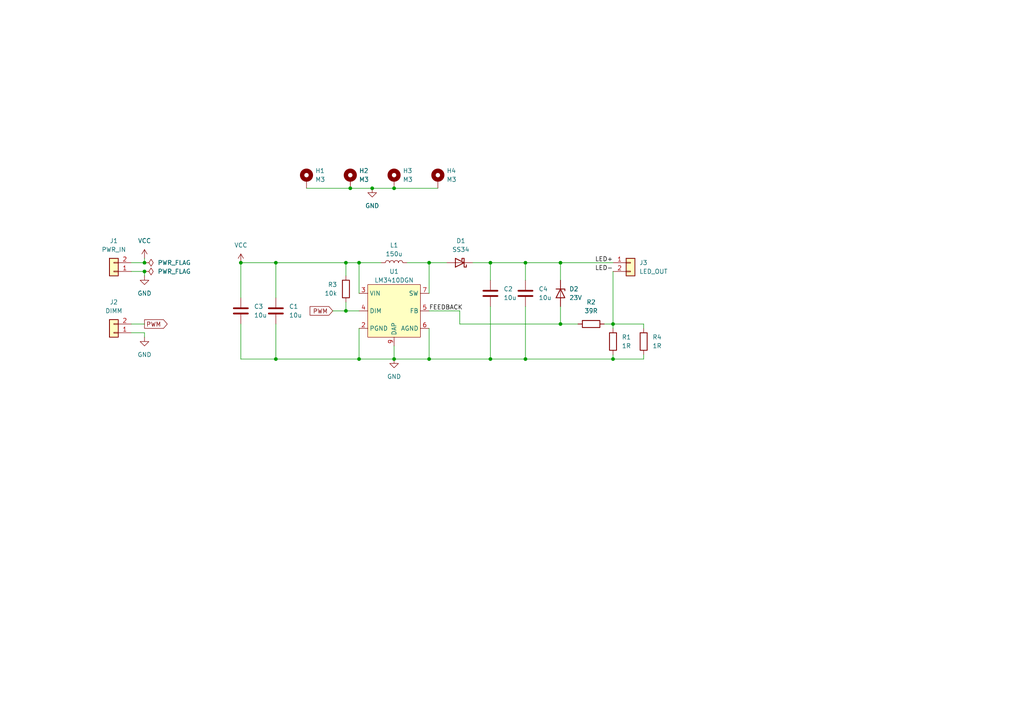
<source format=kicad_sch>
(kicad_sch (version 20230121) (generator eeschema)

  (uuid a662f7bf-9c13-4ccb-87cd-8868bb64c17e)

  (paper "A4")

  (lib_symbols
    (symbol "Connector_Generic:Conn_01x02" (pin_names (offset 1.016) hide) (in_bom yes) (on_board yes)
      (property "Reference" "J" (at 0 2.54 0)
        (effects (font (size 1.27 1.27)))
      )
      (property "Value" "Conn_01x02" (at 0 -5.08 0)
        (effects (font (size 1.27 1.27)))
      )
      (property "Footprint" "" (at 0 0 0)
        (effects (font (size 1.27 1.27)) hide)
      )
      (property "Datasheet" "~" (at 0 0 0)
        (effects (font (size 1.27 1.27)) hide)
      )
      (property "ki_keywords" "connector" (at 0 0 0)
        (effects (font (size 1.27 1.27)) hide)
      )
      (property "ki_description" "Generic connector, single row, 01x02, script generated (kicad-library-utils/schlib/autogen/connector/)" (at 0 0 0)
        (effects (font (size 1.27 1.27)) hide)
      )
      (property "ki_fp_filters" "Connector*:*_1x??_*" (at 0 0 0)
        (effects (font (size 1.27 1.27)) hide)
      )
      (symbol "Conn_01x02_1_1"
        (rectangle (start -1.27 -2.413) (end 0 -2.667)
          (stroke (width 0.1524) (type default))
          (fill (type none))
        )
        (rectangle (start -1.27 0.127) (end 0 -0.127)
          (stroke (width 0.1524) (type default))
          (fill (type none))
        )
        (rectangle (start -1.27 1.27) (end 1.27 -3.81)
          (stroke (width 0.254) (type default))
          (fill (type background))
        )
        (pin passive line (at -5.08 0 0) (length 3.81)
          (name "Pin_1" (effects (font (size 1.27 1.27))))
          (number "1" (effects (font (size 1.27 1.27))))
        )
        (pin passive line (at -5.08 -2.54 0) (length 3.81)
          (name "Pin_2" (effects (font (size 1.27 1.27))))
          (number "2" (effects (font (size 1.27 1.27))))
        )
      )
    )
    (symbol "Device:C" (pin_numbers hide) (pin_names (offset 0.254)) (in_bom yes) (on_board yes)
      (property "Reference" "C" (at 0.635 2.54 0)
        (effects (font (size 1.27 1.27)) (justify left))
      )
      (property "Value" "C" (at 0.635 -2.54 0)
        (effects (font (size 1.27 1.27)) (justify left))
      )
      (property "Footprint" "" (at 0.9652 -3.81 0)
        (effects (font (size 1.27 1.27)) hide)
      )
      (property "Datasheet" "~" (at 0 0 0)
        (effects (font (size 1.27 1.27)) hide)
      )
      (property "ki_keywords" "cap capacitor" (at 0 0 0)
        (effects (font (size 1.27 1.27)) hide)
      )
      (property "ki_description" "Unpolarized capacitor" (at 0 0 0)
        (effects (font (size 1.27 1.27)) hide)
      )
      (property "ki_fp_filters" "C_*" (at 0 0 0)
        (effects (font (size 1.27 1.27)) hide)
      )
      (symbol "C_0_1"
        (polyline
          (pts
            (xy -2.032 -0.762)
            (xy 2.032 -0.762)
          )
          (stroke (width 0.508) (type default))
          (fill (type none))
        )
        (polyline
          (pts
            (xy -2.032 0.762)
            (xy 2.032 0.762)
          )
          (stroke (width 0.508) (type default))
          (fill (type none))
        )
      )
      (symbol "C_1_1"
        (pin passive line (at 0 3.81 270) (length 2.794)
          (name "~" (effects (font (size 1.27 1.27))))
          (number "1" (effects (font (size 1.27 1.27))))
        )
        (pin passive line (at 0 -3.81 90) (length 2.794)
          (name "~" (effects (font (size 1.27 1.27))))
          (number "2" (effects (font (size 1.27 1.27))))
        )
      )
    )
    (symbol "Device:D_Schottky" (pin_numbers hide) (pin_names (offset 1.016) hide) (in_bom yes) (on_board yes)
      (property "Reference" "D" (at 0 2.54 0)
        (effects (font (size 1.27 1.27)))
      )
      (property "Value" "D_Schottky" (at 0 -2.54 0)
        (effects (font (size 1.27 1.27)))
      )
      (property "Footprint" "" (at 0 0 0)
        (effects (font (size 1.27 1.27)) hide)
      )
      (property "Datasheet" "~" (at 0 0 0)
        (effects (font (size 1.27 1.27)) hide)
      )
      (property "ki_keywords" "diode Schottky" (at 0 0 0)
        (effects (font (size 1.27 1.27)) hide)
      )
      (property "ki_description" "Schottky diode" (at 0 0 0)
        (effects (font (size 1.27 1.27)) hide)
      )
      (property "ki_fp_filters" "TO-???* *_Diode_* *SingleDiode* D_*" (at 0 0 0)
        (effects (font (size 1.27 1.27)) hide)
      )
      (symbol "D_Schottky_0_1"
        (polyline
          (pts
            (xy 1.27 0)
            (xy -1.27 0)
          )
          (stroke (width 0) (type default))
          (fill (type none))
        )
        (polyline
          (pts
            (xy 1.27 1.27)
            (xy 1.27 -1.27)
            (xy -1.27 0)
            (xy 1.27 1.27)
          )
          (stroke (width 0.254) (type default))
          (fill (type none))
        )
        (polyline
          (pts
            (xy -1.905 0.635)
            (xy -1.905 1.27)
            (xy -1.27 1.27)
            (xy -1.27 -1.27)
            (xy -0.635 -1.27)
            (xy -0.635 -0.635)
          )
          (stroke (width 0.254) (type default))
          (fill (type none))
        )
      )
      (symbol "D_Schottky_1_1"
        (pin passive line (at -3.81 0 0) (length 2.54)
          (name "K" (effects (font (size 1.27 1.27))))
          (number "1" (effects (font (size 1.27 1.27))))
        )
        (pin passive line (at 3.81 0 180) (length 2.54)
          (name "A" (effects (font (size 1.27 1.27))))
          (number "2" (effects (font (size 1.27 1.27))))
        )
      )
    )
    (symbol "Device:D_Zener" (pin_numbers hide) (pin_names (offset 1.016) hide) (in_bom yes) (on_board yes)
      (property "Reference" "D" (at 0 2.54 0)
        (effects (font (size 1.27 1.27)))
      )
      (property "Value" "D_Zener" (at 0 -2.54 0)
        (effects (font (size 1.27 1.27)))
      )
      (property "Footprint" "" (at 0 0 0)
        (effects (font (size 1.27 1.27)) hide)
      )
      (property "Datasheet" "~" (at 0 0 0)
        (effects (font (size 1.27 1.27)) hide)
      )
      (property "ki_keywords" "diode" (at 0 0 0)
        (effects (font (size 1.27 1.27)) hide)
      )
      (property "ki_description" "Zener diode" (at 0 0 0)
        (effects (font (size 1.27 1.27)) hide)
      )
      (property "ki_fp_filters" "TO-???* *_Diode_* *SingleDiode* D_*" (at 0 0 0)
        (effects (font (size 1.27 1.27)) hide)
      )
      (symbol "D_Zener_0_1"
        (polyline
          (pts
            (xy 1.27 0)
            (xy -1.27 0)
          )
          (stroke (width 0) (type default))
          (fill (type none))
        )
        (polyline
          (pts
            (xy -1.27 -1.27)
            (xy -1.27 1.27)
            (xy -0.762 1.27)
          )
          (stroke (width 0.254) (type default))
          (fill (type none))
        )
        (polyline
          (pts
            (xy 1.27 -1.27)
            (xy 1.27 1.27)
            (xy -1.27 0)
            (xy 1.27 -1.27)
          )
          (stroke (width 0.254) (type default))
          (fill (type none))
        )
      )
      (symbol "D_Zener_1_1"
        (pin passive line (at -3.81 0 0) (length 2.54)
          (name "K" (effects (font (size 1.27 1.27))))
          (number "1" (effects (font (size 1.27 1.27))))
        )
        (pin passive line (at 3.81 0 180) (length 2.54)
          (name "A" (effects (font (size 1.27 1.27))))
          (number "2" (effects (font (size 1.27 1.27))))
        )
      )
    )
    (symbol "Device:L" (pin_numbers hide) (pin_names (offset 1.016) hide) (in_bom yes) (on_board yes)
      (property "Reference" "L" (at -1.27 0 90)
        (effects (font (size 1.27 1.27)))
      )
      (property "Value" "L" (at 1.905 0 90)
        (effects (font (size 1.27 1.27)))
      )
      (property "Footprint" "" (at 0 0 0)
        (effects (font (size 1.27 1.27)) hide)
      )
      (property "Datasheet" "~" (at 0 0 0)
        (effects (font (size 1.27 1.27)) hide)
      )
      (property "ki_keywords" "inductor choke coil reactor magnetic" (at 0 0 0)
        (effects (font (size 1.27 1.27)) hide)
      )
      (property "ki_description" "Inductor" (at 0 0 0)
        (effects (font (size 1.27 1.27)) hide)
      )
      (property "ki_fp_filters" "Choke_* *Coil* Inductor_* L_*" (at 0 0 0)
        (effects (font (size 1.27 1.27)) hide)
      )
      (symbol "L_0_1"
        (arc (start 0 -2.54) (mid 0.6323 -1.905) (end 0 -1.27)
          (stroke (width 0) (type default))
          (fill (type none))
        )
        (arc (start 0 -1.27) (mid 0.6323 -0.635) (end 0 0)
          (stroke (width 0) (type default))
          (fill (type none))
        )
        (arc (start 0 0) (mid 0.6323 0.635) (end 0 1.27)
          (stroke (width 0) (type default))
          (fill (type none))
        )
        (arc (start 0 1.27) (mid 0.6323 1.905) (end 0 2.54)
          (stroke (width 0) (type default))
          (fill (type none))
        )
      )
      (symbol "L_1_1"
        (pin passive line (at 0 3.81 270) (length 1.27)
          (name "1" (effects (font (size 1.27 1.27))))
          (number "1" (effects (font (size 1.27 1.27))))
        )
        (pin passive line (at 0 -3.81 90) (length 1.27)
          (name "2" (effects (font (size 1.27 1.27))))
          (number "2" (effects (font (size 1.27 1.27))))
        )
      )
    )
    (symbol "Device:R" (pin_numbers hide) (pin_names (offset 0)) (in_bom yes) (on_board yes)
      (property "Reference" "R" (at 2.032 0 90)
        (effects (font (size 1.27 1.27)))
      )
      (property "Value" "R" (at 0 0 90)
        (effects (font (size 1.27 1.27)))
      )
      (property "Footprint" "" (at -1.778 0 90)
        (effects (font (size 1.27 1.27)) hide)
      )
      (property "Datasheet" "~" (at 0 0 0)
        (effects (font (size 1.27 1.27)) hide)
      )
      (property "ki_keywords" "R res resistor" (at 0 0 0)
        (effects (font (size 1.27 1.27)) hide)
      )
      (property "ki_description" "Resistor" (at 0 0 0)
        (effects (font (size 1.27 1.27)) hide)
      )
      (property "ki_fp_filters" "R_*" (at 0 0 0)
        (effects (font (size 1.27 1.27)) hide)
      )
      (symbol "R_0_1"
        (rectangle (start -1.016 -2.54) (end 1.016 2.54)
          (stroke (width 0.254) (type default))
          (fill (type none))
        )
      )
      (symbol "R_1_1"
        (pin passive line (at 0 3.81 270) (length 1.27)
          (name "~" (effects (font (size 1.27 1.27))))
          (number "1" (effects (font (size 1.27 1.27))))
        )
        (pin passive line (at 0 -3.81 90) (length 1.27)
          (name "~" (effects (font (size 1.27 1.27))))
          (number "2" (effects (font (size 1.27 1.27))))
        )
      )
    )
    (symbol "Mechanical:MountingHole_Pad" (pin_numbers hide) (pin_names (offset 1.016) hide) (in_bom yes) (on_board yes)
      (property "Reference" "H" (at 0 6.35 0)
        (effects (font (size 1.27 1.27)))
      )
      (property "Value" "MountingHole_Pad" (at 0 4.445 0)
        (effects (font (size 1.27 1.27)))
      )
      (property "Footprint" "" (at 0 0 0)
        (effects (font (size 1.27 1.27)) hide)
      )
      (property "Datasheet" "~" (at 0 0 0)
        (effects (font (size 1.27 1.27)) hide)
      )
      (property "ki_keywords" "mounting hole" (at 0 0 0)
        (effects (font (size 1.27 1.27)) hide)
      )
      (property "ki_description" "Mounting Hole with connection" (at 0 0 0)
        (effects (font (size 1.27 1.27)) hide)
      )
      (property "ki_fp_filters" "MountingHole*Pad*" (at 0 0 0)
        (effects (font (size 1.27 1.27)) hide)
      )
      (symbol "MountingHole_Pad_0_1"
        (circle (center 0 1.27) (radius 1.27)
          (stroke (width 1.27) (type default))
          (fill (type none))
        )
      )
      (symbol "MountingHole_Pad_1_1"
        (pin input line (at 0 -2.54 90) (length 2.54)
          (name "1" (effects (font (size 1.27 1.27))))
          (number "1" (effects (font (size 1.27 1.27))))
        )
      )
    )
    (symbol "power:GND" (power) (pin_names (offset 0)) (in_bom yes) (on_board yes)
      (property "Reference" "#PWR" (at 0 -6.35 0)
        (effects (font (size 1.27 1.27)) hide)
      )
      (property "Value" "GND" (at 0 -3.81 0)
        (effects (font (size 1.27 1.27)))
      )
      (property "Footprint" "" (at 0 0 0)
        (effects (font (size 1.27 1.27)) hide)
      )
      (property "Datasheet" "" (at 0 0 0)
        (effects (font (size 1.27 1.27)) hide)
      )
      (property "ki_keywords" "global power" (at 0 0 0)
        (effects (font (size 1.27 1.27)) hide)
      )
      (property "ki_description" "Power symbol creates a global label with name \"GND\" , ground" (at 0 0 0)
        (effects (font (size 1.27 1.27)) hide)
      )
      (symbol "GND_0_1"
        (polyline
          (pts
            (xy 0 0)
            (xy 0 -1.27)
            (xy 1.27 -1.27)
            (xy 0 -2.54)
            (xy -1.27 -1.27)
            (xy 0 -1.27)
          )
          (stroke (width 0) (type default))
          (fill (type none))
        )
      )
      (symbol "GND_1_1"
        (pin power_in line (at 0 0 270) (length 0) hide
          (name "GND" (effects (font (size 1.27 1.27))))
          (number "1" (effects (font (size 1.27 1.27))))
        )
      )
    )
    (symbol "power:PWR_FLAG" (power) (pin_numbers hide) (pin_names (offset 0) hide) (in_bom yes) (on_board yes)
      (property "Reference" "#FLG" (at 0 1.905 0)
        (effects (font (size 1.27 1.27)) hide)
      )
      (property "Value" "PWR_FLAG" (at 0 3.81 0)
        (effects (font (size 1.27 1.27)))
      )
      (property "Footprint" "" (at 0 0 0)
        (effects (font (size 1.27 1.27)) hide)
      )
      (property "Datasheet" "~" (at 0 0 0)
        (effects (font (size 1.27 1.27)) hide)
      )
      (property "ki_keywords" "flag power" (at 0 0 0)
        (effects (font (size 1.27 1.27)) hide)
      )
      (property "ki_description" "Special symbol for telling ERC where power comes from" (at 0 0 0)
        (effects (font (size 1.27 1.27)) hide)
      )
      (symbol "PWR_FLAG_0_0"
        (pin power_out line (at 0 0 90) (length 0)
          (name "pwr" (effects (font (size 1.27 1.27))))
          (number "1" (effects (font (size 1.27 1.27))))
        )
      )
      (symbol "PWR_FLAG_0_1"
        (polyline
          (pts
            (xy 0 0)
            (xy 0 1.27)
            (xy -1.016 1.905)
            (xy 0 2.54)
            (xy 1.016 1.905)
            (xy 0 1.27)
          )
          (stroke (width 0) (type default))
          (fill (type none))
        )
      )
    )
    (symbol "power:VCC" (power) (pin_names (offset 0)) (in_bom yes) (on_board yes)
      (property "Reference" "#PWR" (at 0 -3.81 0)
        (effects (font (size 1.27 1.27)) hide)
      )
      (property "Value" "VCC" (at 0 3.81 0)
        (effects (font (size 1.27 1.27)))
      )
      (property "Footprint" "" (at 0 0 0)
        (effects (font (size 1.27 1.27)) hide)
      )
      (property "Datasheet" "" (at 0 0 0)
        (effects (font (size 1.27 1.27)) hide)
      )
      (property "ki_keywords" "global power" (at 0 0 0)
        (effects (font (size 1.27 1.27)) hide)
      )
      (property "ki_description" "Power symbol creates a global label with name \"VCC\"" (at 0 0 0)
        (effects (font (size 1.27 1.27)) hide)
      )
      (symbol "VCC_0_1"
        (polyline
          (pts
            (xy -0.762 1.27)
            (xy 0 2.54)
          )
          (stroke (width 0) (type default))
          (fill (type none))
        )
        (polyline
          (pts
            (xy 0 0)
            (xy 0 2.54)
          )
          (stroke (width 0) (type default))
          (fill (type none))
        )
        (polyline
          (pts
            (xy 0 2.54)
            (xy 0.762 1.27)
          )
          (stroke (width 0) (type default))
          (fill (type none))
        )
      )
      (symbol "VCC_1_1"
        (pin power_in line (at 0 0 90) (length 0) hide
          (name "VCC" (effects (font (size 1.27 1.27))))
          (number "1" (effects (font (size 1.27 1.27))))
        )
      )
    )
    (symbol "project_lib:LM3410DGN" (in_bom yes) (on_board yes)
      (property "Reference" "U" (at 0 12.7 0)
        (effects (font (size 1.27 1.27)))
      )
      (property "Value" "LM3410DGN" (at 0 10.16 0)
        (effects (font (size 1.27 1.27)))
      )
      (property "Footprint" "Package_SO:TI_SO-PowerPAD-8_ThermalVias" (at 46.99 -2.54 0)
        (effects (font (size 1.27 1.27)) hide)
      )
      (property "Datasheet" "https://www.ti.com/lit/ds/symlink/lm3410.pdf" (at 0 2.54 0)
        (effects (font (size 1.27 1.27)) hide)
      )
      (symbol "LM3410DGN_1_0"
        (pin no_connect line (at 1.27 10.16 270) (length 2.54) hide
          (name "NC" (effects (font (size 1.27 1.27))))
          (number "1" (effects (font (size 1.27 1.27))))
        )
        (pin no_connect line (at -1.27 10.16 270) (length 2.54) hide
          (name "NC" (effects (font (size 1.27 1.27))))
          (number "8" (effects (font (size 1.27 1.27))))
        )
      )
      (symbol "LM3410DGN_1_1"
        (rectangle (start -7.62 7.62) (end 7.62 -7.62)
          (stroke (width 0) (type default))
          (fill (type background))
        )
        (pin power_in line (at -10.16 -5.08 0) (length 2.54)
          (name "PGND" (effects (font (size 1.27 1.27))))
          (number "2" (effects (font (size 1.27 1.27))))
        )
        (pin power_in line (at -10.16 5.08 0) (length 2.54)
          (name "VIN" (effects (font (size 1.27 1.27))))
          (number "3" (effects (font (size 1.27 1.27))))
        )
        (pin input line (at -10.16 0 0) (length 2.54)
          (name "DIM" (effects (font (size 1.27 1.27))))
          (number "4" (effects (font (size 1.27 1.27))))
        )
        (pin input line (at 10.16 0 180) (length 2.54)
          (name "FB" (effects (font (size 1.27 1.27))))
          (number "5" (effects (font (size 1.27 1.27))))
        )
        (pin power_in line (at 10.16 -5.08 180) (length 2.54)
          (name "AGND" (effects (font (size 1.27 1.27))))
          (number "6" (effects (font (size 1.27 1.27))))
        )
        (pin power_out line (at 10.16 5.08 180) (length 2.54)
          (name "SW" (effects (font (size 1.27 1.27))))
          (number "7" (effects (font (size 1.27 1.27))))
        )
        (pin power_in line (at 0 -10.16 90) (length 2.54)
          (name "DAP" (effects (font (size 1.27 1.27))))
          (number "9" (effects (font (size 1.27 1.27))))
        )
      )
    )
  )

  (junction (at 80.01 104.14) (diameter 0) (color 0 0 0 0)
    (uuid 06d9334e-5005-479f-a653-a40db2e8f21f)
  )
  (junction (at 152.4 104.14) (diameter 0) (color 0 0 0 0)
    (uuid 16f14e56-e5a9-4300-877a-921cdb6ca361)
  )
  (junction (at 69.85 76.2) (diameter 0) (color 0 0 0 0)
    (uuid 22decbbb-1f0e-4697-924e-1b5aa20302a4)
  )
  (junction (at 104.14 76.2) (diameter 0) (color 0 0 0 0)
    (uuid 22f53f28-722a-411c-acc0-ffc91316b88c)
  )
  (junction (at 41.91 78.74) (diameter 0) (color 0 0 0 0)
    (uuid 39382728-b918-4c49-bc92-a909469dee52)
  )
  (junction (at 124.46 104.14) (diameter 0) (color 0 0 0 0)
    (uuid 4ea24e18-a640-4726-8878-d3954ede5de2)
  )
  (junction (at 114.3 104.14) (diameter 0) (color 0 0 0 0)
    (uuid 52b96db9-5b4a-4d3c-9e98-cc5cc2ff6c08)
  )
  (junction (at 177.8 104.14) (diameter 0) (color 0 0 0 0)
    (uuid 55e7d506-c543-4303-bedf-ab26d669330c)
  )
  (junction (at 142.24 104.14) (diameter 0) (color 0 0 0 0)
    (uuid 65c09581-44b3-4d2f-be42-283a92f0b680)
  )
  (junction (at 124.46 76.2) (diameter 0) (color 0 0 0 0)
    (uuid 7334b883-df75-44ca-bafc-594761d42bc5)
  )
  (junction (at 80.01 76.2) (diameter 0) (color 0 0 0 0)
    (uuid 7407c2e1-bce0-427a-812c-9fcb93774be2)
  )
  (junction (at 177.8 93.98) (diameter 0) (color 0 0 0 0)
    (uuid 74c6c1d4-1435-4f00-b8e7-954fb9ab29e7)
  )
  (junction (at 100.33 76.2) (diameter 0) (color 0 0 0 0)
    (uuid 7a66ba34-4a3e-443a-9768-9fd9bccbd051)
  )
  (junction (at 142.24 76.2) (diameter 0) (color 0 0 0 0)
    (uuid 7d3ee25a-64c3-4a54-9407-3b068378ac0d)
  )
  (junction (at 101.6 54.61) (diameter 0) (color 0 0 0 0)
    (uuid 87993a8d-8fbd-4c2e-ac01-4f67aa5a07df)
  )
  (junction (at 104.14 104.14) (diameter 0) (color 0 0 0 0)
    (uuid 91b82d90-aa78-47de-9e56-e039bdaa7d21)
  )
  (junction (at 162.56 76.2) (diameter 0) (color 0 0 0 0)
    (uuid b56cbe9a-a459-4c98-9930-8a3e3c5711f7)
  )
  (junction (at 152.4 76.2) (diameter 0) (color 0 0 0 0)
    (uuid b72c6eaf-fc85-4f07-aad5-fad28461a416)
  )
  (junction (at 114.3 54.61) (diameter 0) (color 0 0 0 0)
    (uuid c95eccaf-82d6-4c2d-b928-f7f385a5e16a)
  )
  (junction (at 41.91 76.2) (diameter 0) (color 0 0 0 0)
    (uuid d78f434b-1602-4d1b-b47b-fa76a66c9ae8)
  )
  (junction (at 107.95 54.61) (diameter 0) (color 0 0 0 0)
    (uuid f539d9c1-3ea6-45a2-a51b-404a22eecc74)
  )
  (junction (at 162.56 93.98) (diameter 0) (color 0 0 0 0)
    (uuid f889ff47-eeb5-4412-a237-019e0c0d2c70)
  )
  (junction (at 100.33 90.17) (diameter 0) (color 0 0 0 0)
    (uuid fdfb0349-23d2-440e-83e7-ccba5fea2c33)
  )

  (wire (pts (xy 38.1 76.2) (xy 41.91 76.2))
    (stroke (width 0) (type default))
    (uuid 02b61355-a4da-45c7-bdff-35d644f0fbde)
  )
  (wire (pts (xy 104.14 76.2) (xy 104.14 85.09))
    (stroke (width 0) (type default))
    (uuid 04e0bce3-f0cd-4e1d-93de-830fcffae446)
  )
  (wire (pts (xy 162.56 93.98) (xy 167.64 93.98))
    (stroke (width 0) (type default))
    (uuid 07acb303-5267-4eee-a684-2980c50d4e77)
  )
  (wire (pts (xy 104.14 104.14) (xy 114.3 104.14))
    (stroke (width 0) (type default))
    (uuid 0822db61-8152-4bea-97b0-432066703174)
  )
  (wire (pts (xy 80.01 104.14) (xy 104.14 104.14))
    (stroke (width 0) (type default))
    (uuid 08daae2f-bae4-4eaf-bbcd-77d1afc9f37c)
  )
  (wire (pts (xy 80.01 93.98) (xy 80.01 104.14))
    (stroke (width 0) (type default))
    (uuid 096dbfd5-a10e-44da-ac41-e8119b3c71f3)
  )
  (wire (pts (xy 114.3 54.61) (xy 127 54.61))
    (stroke (width 0) (type default))
    (uuid 0a02dc87-922a-4eba-ac1b-a22495760ddb)
  )
  (wire (pts (xy 124.46 104.14) (xy 142.24 104.14))
    (stroke (width 0) (type default))
    (uuid 102a347f-2398-45e0-93ad-e3fbfb5b5edc)
  )
  (wire (pts (xy 69.85 104.14) (xy 80.01 104.14))
    (stroke (width 0) (type default))
    (uuid 10f72d99-4f84-4133-89c5-3e4871577e73)
  )
  (wire (pts (xy 162.56 76.2) (xy 177.8 76.2))
    (stroke (width 0) (type default))
    (uuid 11865d58-76be-40eb-be9f-83c7f4d31b3f)
  )
  (wire (pts (xy 133.35 93.98) (xy 162.56 93.98))
    (stroke (width 0) (type default))
    (uuid 11c6d2d1-fb1e-48ae-a703-7b9b3816f9ef)
  )
  (wire (pts (xy 80.01 86.36) (xy 80.01 76.2))
    (stroke (width 0) (type default))
    (uuid 1230d821-c383-4acd-9307-b43b04fee58b)
  )
  (wire (pts (xy 41.91 97.79) (xy 41.91 96.52))
    (stroke (width 0) (type default))
    (uuid 19c1d0ad-40f0-4e43-af41-2e413b6c91ce)
  )
  (wire (pts (xy 118.11 76.2) (xy 124.46 76.2))
    (stroke (width 0) (type default))
    (uuid 2981d747-4034-4590-a25a-c13d7bd1ed52)
  )
  (wire (pts (xy 124.46 76.2) (xy 129.54 76.2))
    (stroke (width 0) (type default))
    (uuid 3b45a30f-bd47-4dda-8917-a2e3bee4834d)
  )
  (wire (pts (xy 41.91 96.52) (xy 38.1 96.52))
    (stroke (width 0) (type default))
    (uuid 463514f0-8cdb-4b49-8734-006538878da8)
  )
  (wire (pts (xy 142.24 76.2) (xy 152.4 76.2))
    (stroke (width 0) (type default))
    (uuid 498262c3-b570-4ca2-b1cd-d0a5ea533617)
  )
  (wire (pts (xy 124.46 90.17) (xy 133.35 90.17))
    (stroke (width 0) (type default))
    (uuid 4afc9660-2f38-46b5-aba0-47a1a2704215)
  )
  (wire (pts (xy 100.33 90.17) (xy 104.14 90.17))
    (stroke (width 0) (type default))
    (uuid 4bddc5da-873e-4fb9-966e-845910fc726b)
  )
  (wire (pts (xy 41.91 80.01) (xy 41.91 78.74))
    (stroke (width 0) (type default))
    (uuid 4d2f68be-fa52-49f7-9cfc-67ba2bb02176)
  )
  (wire (pts (xy 142.24 88.9) (xy 142.24 104.14))
    (stroke (width 0) (type default))
    (uuid 4e93f30d-f779-47fb-941c-76c6a3ca71e7)
  )
  (wire (pts (xy 69.85 93.98) (xy 69.85 104.14))
    (stroke (width 0) (type default))
    (uuid 50dcb0b4-9b32-4db4-94a2-8ff800dd9cd1)
  )
  (wire (pts (xy 69.85 86.36) (xy 69.85 76.2))
    (stroke (width 0) (type default))
    (uuid 52da904a-5734-4351-ab6d-675bd03a6ce2)
  )
  (wire (pts (xy 137.16 76.2) (xy 142.24 76.2))
    (stroke (width 0) (type default))
    (uuid 53e2af12-1b4d-4691-aefa-80d82ee3e271)
  )
  (wire (pts (xy 41.91 76.2) (xy 41.91 74.93))
    (stroke (width 0) (type default))
    (uuid 5487d40d-ae50-4213-89b7-b99f96037331)
  )
  (wire (pts (xy 177.8 78.74) (xy 177.8 93.98))
    (stroke (width 0) (type default))
    (uuid 5b8ede83-cf9f-4711-aea9-b46e96b95c3f)
  )
  (wire (pts (xy 152.4 88.9) (xy 152.4 104.14))
    (stroke (width 0) (type default))
    (uuid 5ec85ccc-a765-4841-bf64-c0aa7c7a343e)
  )
  (wire (pts (xy 114.3 104.14) (xy 114.3 100.33))
    (stroke (width 0) (type default))
    (uuid 6004a58c-dc1b-4444-92c8-7c8bf4960823)
  )
  (wire (pts (xy 100.33 76.2) (xy 104.14 76.2))
    (stroke (width 0) (type default))
    (uuid 632b8a3d-3596-4ad9-8fe9-63586688df78)
  )
  (wire (pts (xy 175.26 93.98) (xy 177.8 93.98))
    (stroke (width 0) (type default))
    (uuid 686749a5-b62c-4c26-9d93-146b6d7dd483)
  )
  (wire (pts (xy 152.4 76.2) (xy 152.4 81.28))
    (stroke (width 0) (type default))
    (uuid 71949433-b74f-47c6-96b7-6ff4a0b9d8b9)
  )
  (wire (pts (xy 110.49 76.2) (xy 104.14 76.2))
    (stroke (width 0) (type default))
    (uuid 789fdcd4-36b0-4bea-8c78-8cb63f2d885d)
  )
  (wire (pts (xy 186.69 93.98) (xy 177.8 93.98))
    (stroke (width 0) (type default))
    (uuid 7d92915b-b7f6-40f7-9144-1f45466dc93d)
  )
  (wire (pts (xy 41.91 78.74) (xy 38.1 78.74))
    (stroke (width 0) (type default))
    (uuid 839161ce-d431-48ee-ac25-6756795b01c7)
  )
  (wire (pts (xy 101.6 54.61) (xy 107.95 54.61))
    (stroke (width 0) (type default))
    (uuid 8a9ff0de-206d-4f36-b9f8-25f1edc6de27)
  )
  (wire (pts (xy 80.01 76.2) (xy 100.33 76.2))
    (stroke (width 0) (type default))
    (uuid 91a530ad-3efa-4290-8a67-3883d99a8107)
  )
  (wire (pts (xy 88.9 54.61) (xy 101.6 54.61))
    (stroke (width 0) (type default))
    (uuid 91dedcf7-ff57-4170-89df-3ab1b72097cc)
  )
  (wire (pts (xy 100.33 76.2) (xy 100.33 80.01))
    (stroke (width 0) (type default))
    (uuid 94b9a21a-f5ea-45d6-988e-0727746ca229)
  )
  (wire (pts (xy 142.24 76.2) (xy 142.24 81.28))
    (stroke (width 0) (type default))
    (uuid 9d667e5b-7737-4b8e-9129-b8c5967c6f4a)
  )
  (wire (pts (xy 186.69 95.25) (xy 186.69 93.98))
    (stroke (width 0) (type default))
    (uuid a3983e13-c2bc-4f9d-8446-f3d7643ec5ae)
  )
  (wire (pts (xy 177.8 102.87) (xy 177.8 104.14))
    (stroke (width 0) (type default))
    (uuid a8293369-d5d3-4988-bc7f-4b7784b487ba)
  )
  (wire (pts (xy 162.56 88.9) (xy 162.56 93.98))
    (stroke (width 0) (type default))
    (uuid b3e84873-635d-408e-ac93-2c6894f0fa95)
  )
  (wire (pts (xy 96.52 90.17) (xy 100.33 90.17))
    (stroke (width 0) (type default))
    (uuid c1b9f3a0-a00f-40d7-80fb-4e907cdc1232)
  )
  (wire (pts (xy 133.35 90.17) (xy 133.35 93.98))
    (stroke (width 0) (type default))
    (uuid c95596b5-ae71-4d8f-9553-e06f8cbe2137)
  )
  (wire (pts (xy 38.1 93.98) (xy 41.91 93.98))
    (stroke (width 0) (type default))
    (uuid cb5f63b9-76fd-47ef-9478-1c509f5f943c)
  )
  (wire (pts (xy 104.14 95.25) (xy 104.14 104.14))
    (stroke (width 0) (type default))
    (uuid cb9e0e6e-14ed-4199-9b90-b97a8304629c)
  )
  (wire (pts (xy 100.33 87.63) (xy 100.33 90.17))
    (stroke (width 0) (type default))
    (uuid d20a3084-019d-4ca3-bc3e-725638770cd5)
  )
  (wire (pts (xy 142.24 104.14) (xy 152.4 104.14))
    (stroke (width 0) (type default))
    (uuid d5b4ef8c-bbb0-41da-a788-7e94d420f14b)
  )
  (wire (pts (xy 69.85 76.2) (xy 80.01 76.2))
    (stroke (width 0) (type default))
    (uuid da6fc874-02c6-4493-baad-11e62bd3f51d)
  )
  (wire (pts (xy 162.56 76.2) (xy 162.56 81.28))
    (stroke (width 0) (type default))
    (uuid dae954e9-fb5a-4a74-bf59-49412f49d648)
  )
  (wire (pts (xy 124.46 95.25) (xy 124.46 104.14))
    (stroke (width 0) (type default))
    (uuid e496ec72-22a1-4734-94fa-b62c265a1c13)
  )
  (wire (pts (xy 107.95 54.61) (xy 114.3 54.61))
    (stroke (width 0) (type default))
    (uuid e596cddf-9c0c-4a9d-be9c-cd9c42bbc28c)
  )
  (wire (pts (xy 124.46 76.2) (xy 124.46 85.09))
    (stroke (width 0) (type default))
    (uuid eb7f58ed-0fa0-4b28-9142-2c47d00f70ed)
  )
  (wire (pts (xy 124.46 104.14) (xy 114.3 104.14))
    (stroke (width 0) (type default))
    (uuid efba6064-1b59-405f-a160-42aa37e65515)
  )
  (wire (pts (xy 152.4 76.2) (xy 162.56 76.2))
    (stroke (width 0) (type default))
    (uuid f189ebe9-13d5-4298-8c61-038c9ce9e683)
  )
  (wire (pts (xy 177.8 93.98) (xy 177.8 95.25))
    (stroke (width 0) (type default))
    (uuid f4b9d4c5-6017-425f-9023-86f8dfc95f93)
  )
  (wire (pts (xy 152.4 104.14) (xy 177.8 104.14))
    (stroke (width 0) (type default))
    (uuid f4cd2614-fd6f-41ae-a74f-e1937669c0c9)
  )
  (wire (pts (xy 186.69 104.14) (xy 177.8 104.14))
    (stroke (width 0) (type default))
    (uuid fb86ff9c-e755-4f1a-be08-e9c19f1f33a2)
  )
  (wire (pts (xy 186.69 102.87) (xy 186.69 104.14))
    (stroke (width 0) (type default))
    (uuid fc16cfde-5725-485a-8368-7c1ae3338841)
  )

  (label "FEEDBACK" (at 124.46 90.17 0) (fields_autoplaced)
    (effects (font (size 1.27 1.27)) (justify left bottom))
    (uuid 124d9811-ed29-42d2-b8b0-0bb3218fc2e6)
  )
  (label "LED+" (at 177.8 76.2 180) (fields_autoplaced)
    (effects (font (size 1.27 1.27)) (justify right bottom))
    (uuid 82a83270-1059-4f3d-90da-1069e03a40ac)
  )
  (label "LED-" (at 177.8 78.74 180) (fields_autoplaced)
    (effects (font (size 1.27 1.27)) (justify right bottom))
    (uuid 9ad25cb9-2fd2-47f3-86bd-084c408a8180)
  )

  (global_label "PWM" (shape input) (at 96.52 90.17 180) (fields_autoplaced)
    (effects (font (size 1.27 1.27)) (justify right))
    (uuid 6a155c37-a522-4048-97f4-fb163aad0bc6)
    (property "Intersheetrefs" "${INTERSHEET_REFS}" (at 89.362 90.17 0)
      (effects (font (size 1.27 1.27)) (justify right) hide)
    )
  )
  (global_label "PWM" (shape output) (at 41.91 93.98 0) (fields_autoplaced)
    (effects (font (size 1.27 1.27)) (justify left))
    (uuid 89193d5e-cb99-4e51-8c71-d38b742ab7fa)
    (property "Intersheetrefs" "${INTERSHEET_REFS}" (at 49.068 93.98 0)
      (effects (font (size 1.27 1.27)) (justify left) hide)
    )
  )

  (symbol (lib_id "Device:R") (at 171.45 93.98 90) (unit 1)
    (in_bom yes) (on_board yes) (dnp no) (fields_autoplaced)
    (uuid 06c64fa6-55b4-493c-b67f-973f06c2e534)
    (property "Reference" "R2" (at 171.45 87.63 90)
      (effects (font (size 1.27 1.27)))
    )
    (property "Value" "39R" (at 171.45 90.17 90)
      (effects (font (size 1.27 1.27)))
    )
    (property "Footprint" "Resistor_SMD:R_0805_2012Metric" (at 171.45 95.758 90)
      (effects (font (size 1.27 1.27)) hide)
    )
    (property "Datasheet" "~" (at 171.45 93.98 0)
      (effects (font (size 1.27 1.27)) hide)
    )
    (pin "1" (uuid 2bfbe6fd-eb02-4a44-8cfa-c6fe661f664c))
    (pin "2" (uuid 8c99e286-8c4d-42e5-9e43-dbbea1dc54ef))
    (instances
      (project "bulb_driver"
        (path "/a662f7bf-9c13-4ccb-87cd-8868bb64c17e"
          (reference "R2") (unit 1)
        )
      )
    )
  )

  (symbol (lib_id "Device:R") (at 177.8 99.06 0) (unit 1)
    (in_bom yes) (on_board yes) (dnp no) (fields_autoplaced)
    (uuid 0a16751e-a0d2-4d6a-a8ac-2ca7ce8d9ab4)
    (property "Reference" "R1" (at 180.34 97.79 0)
      (effects (font (size 1.27 1.27)) (justify left))
    )
    (property "Value" "1R" (at 180.34 100.33 0)
      (effects (font (size 1.27 1.27)) (justify left))
    )
    (property "Footprint" "Resistor_SMD:R_0805_2012Metric" (at 176.022 99.06 90)
      (effects (font (size 1.27 1.27)) hide)
    )
    (property "Datasheet" "~" (at 177.8 99.06 0)
      (effects (font (size 1.27 1.27)) hide)
    )
    (pin "1" (uuid 9d05a54c-35ea-4cc5-a313-fcc26a392b3d))
    (pin "2" (uuid 79b8b12a-26f8-47eb-a489-b302efda192a))
    (instances
      (project "bulb_driver"
        (path "/a662f7bf-9c13-4ccb-87cd-8868bb64c17e"
          (reference "R1") (unit 1)
        )
      )
    )
  )

  (symbol (lib_id "power:PWR_FLAG") (at 41.91 76.2 270) (unit 1)
    (in_bom yes) (on_board yes) (dnp no) (fields_autoplaced)
    (uuid 1140200d-78d9-4189-9a8a-85f86a9ac7d9)
    (property "Reference" "#FLG04" (at 43.815 76.2 0)
      (effects (font (size 1.27 1.27)) hide)
    )
    (property "Value" "PWR_FLAG" (at 45.72 76.2 90)
      (effects (font (size 1.27 1.27)) (justify left))
    )
    (property "Footprint" "" (at 41.91 76.2 0)
      (effects (font (size 1.27 1.27)) hide)
    )
    (property "Datasheet" "~" (at 41.91 76.2 0)
      (effects (font (size 1.27 1.27)) hide)
    )
    (pin "1" (uuid 91f6a952-ef64-4c8a-b1c6-d58394884d9e))
    (instances
      (project "bulb_driver"
        (path "/a662f7bf-9c13-4ccb-87cd-8868bb64c17e"
          (reference "#FLG04") (unit 1)
        )
      )
    )
  )

  (symbol (lib_id "Device:D_Schottky") (at 133.35 76.2 180) (unit 1)
    (in_bom yes) (on_board yes) (dnp no) (fields_autoplaced)
    (uuid 12730b20-2db4-4bec-a6a3-c09e43b1538f)
    (property "Reference" "D1" (at 133.6675 69.85 0)
      (effects (font (size 1.27 1.27)))
    )
    (property "Value" "SS34" (at 133.6675 72.39 0)
      (effects (font (size 1.27 1.27)))
    )
    (property "Footprint" "Diode_SMD:D_SMC" (at 133.35 76.2 0)
      (effects (font (size 1.27 1.27)) hide)
    )
    (property "Datasheet" "~" (at 133.35 76.2 0)
      (effects (font (size 1.27 1.27)) hide)
    )
    (pin "1" (uuid d5c33b40-b3a2-4946-bf09-a79e010b0ac2))
    (pin "2" (uuid b248e9d6-a628-4cb3-98ac-b3e498fc5a24))
    (instances
      (project "bulb_driver"
        (path "/a662f7bf-9c13-4ccb-87cd-8868bb64c17e"
          (reference "D1") (unit 1)
        )
      )
    )
  )

  (symbol (lib_id "Device:R") (at 186.69 99.06 0) (unit 1)
    (in_bom yes) (on_board yes) (dnp no) (fields_autoplaced)
    (uuid 4109c17e-623d-4c53-a478-e6fd6505c5dd)
    (property "Reference" "R4" (at 189.23 97.79 0)
      (effects (font (size 1.27 1.27)) (justify left))
    )
    (property "Value" "1R" (at 189.23 100.33 0)
      (effects (font (size 1.27 1.27)) (justify left))
    )
    (property "Footprint" "Resistor_SMD:R_0805_2012Metric" (at 184.912 99.06 90)
      (effects (font (size 1.27 1.27)) hide)
    )
    (property "Datasheet" "~" (at 186.69 99.06 0)
      (effects (font (size 1.27 1.27)) hide)
    )
    (pin "1" (uuid 83c0b2c1-6a31-4c9c-ac28-bcad5fac0b48))
    (pin "2" (uuid e9805950-e821-4543-b89a-77c255e88e5d))
    (instances
      (project "bulb_driver"
        (path "/a662f7bf-9c13-4ccb-87cd-8868bb64c17e"
          (reference "R4") (unit 1)
        )
      )
    )
  )

  (symbol (lib_id "Mechanical:MountingHole_Pad") (at 127 52.07 0) (unit 1)
    (in_bom yes) (on_board yes) (dnp no) (fields_autoplaced)
    (uuid 6024e14e-4d80-4a9b-96a2-4e8dc760a335)
    (property "Reference" "H4" (at 129.54 49.53 0)
      (effects (font (size 1.27 1.27)) (justify left))
    )
    (property "Value" "M3" (at 129.54 52.07 0)
      (effects (font (size 1.27 1.27)) (justify left))
    )
    (property "Footprint" "MountingHole:MountingHole_3.2mm_M3_Pad_Via" (at 127 52.07 0)
      (effects (font (size 1.27 1.27)) hide)
    )
    (property "Datasheet" "~" (at 127 52.07 0)
      (effects (font (size 1.27 1.27)) hide)
    )
    (pin "1" (uuid 253e1518-470a-44a2-aeaf-3978b1af643c))
    (instances
      (project "bulb_driver"
        (path "/a662f7bf-9c13-4ccb-87cd-8868bb64c17e"
          (reference "H4") (unit 1)
        )
      )
    )
  )

  (symbol (lib_id "Device:D_Zener") (at 162.56 85.09 270) (unit 1)
    (in_bom yes) (on_board yes) (dnp no) (fields_autoplaced)
    (uuid 6906521e-8bf8-4323-86e2-b3ef5549149c)
    (property "Reference" "D2" (at 165.1 83.82 90)
      (effects (font (size 1.27 1.27)) (justify left))
    )
    (property "Value" "23V" (at 165.1 86.36 90)
      (effects (font (size 1.27 1.27)) (justify left))
    )
    (property "Footprint" "Diode_SMD:D_SOD-123" (at 162.56 85.09 0)
      (effects (font (size 1.27 1.27)) hide)
    )
    (property "Datasheet" "~" (at 162.56 85.09 0)
      (effects (font (size 1.27 1.27)) hide)
    )
    (pin "1" (uuid 0bba7c1a-20e9-4f09-80bc-121042fd4f3e))
    (pin "2" (uuid e17a0dc4-bd0b-4944-9220-3c5a860df1c4))
    (instances
      (project "bulb_driver"
        (path "/a662f7bf-9c13-4ccb-87cd-8868bb64c17e"
          (reference "D2") (unit 1)
        )
      )
    )
  )

  (symbol (lib_id "power:GND") (at 41.91 97.79 0) (unit 1)
    (in_bom yes) (on_board yes) (dnp no) (fields_autoplaced)
    (uuid 6fc91725-b3cf-4e56-b900-eb267f188095)
    (property "Reference" "#PWR07" (at 41.91 104.14 0)
      (effects (font (size 1.27 1.27)) hide)
    )
    (property "Value" "GND" (at 41.91 102.87 0)
      (effects (font (size 1.27 1.27)))
    )
    (property "Footprint" "" (at 41.91 97.79 0)
      (effects (font (size 1.27 1.27)) hide)
    )
    (property "Datasheet" "" (at 41.91 97.79 0)
      (effects (font (size 1.27 1.27)) hide)
    )
    (pin "1" (uuid ed9470be-3a86-41dd-b66b-98fab675680c))
    (instances
      (project "bulb_driver"
        (path "/a662f7bf-9c13-4ccb-87cd-8868bb64c17e"
          (reference "#PWR07") (unit 1)
        )
      )
    )
  )

  (symbol (lib_id "Mechanical:MountingHole_Pad") (at 88.9 52.07 0) (unit 1)
    (in_bom yes) (on_board yes) (dnp no) (fields_autoplaced)
    (uuid 7189fd9b-d1c7-4847-8149-0344a28b74cf)
    (property "Reference" "H1" (at 91.44 49.53 0)
      (effects (font (size 1.27 1.27)) (justify left))
    )
    (property "Value" "M3" (at 91.44 52.07 0)
      (effects (font (size 1.27 1.27)) (justify left))
    )
    (property "Footprint" "MountingHole:MountingHole_3.2mm_M3_Pad_Via" (at 88.9 52.07 0)
      (effects (font (size 1.27 1.27)) hide)
    )
    (property "Datasheet" "~" (at 88.9 52.07 0)
      (effects (font (size 1.27 1.27)) hide)
    )
    (pin "1" (uuid 7cfb1e55-69d4-4ca8-9e55-a00e5814d998))
    (instances
      (project "bulb_driver"
        (path "/a662f7bf-9c13-4ccb-87cd-8868bb64c17e"
          (reference "H1") (unit 1)
        )
      )
    )
  )

  (symbol (lib_id "Device:C") (at 142.24 85.09 0) (unit 1)
    (in_bom yes) (on_board yes) (dnp no) (fields_autoplaced)
    (uuid 827cb7f1-fcfb-407e-98be-353f40fd384f)
    (property "Reference" "C2" (at 146.05 83.82 0)
      (effects (font (size 1.27 1.27)) (justify left))
    )
    (property "Value" "10u" (at 146.05 86.36 0)
      (effects (font (size 1.27 1.27)) (justify left))
    )
    (property "Footprint" "Capacitor_SMD:C_1210_3225Metric" (at 143.2052 88.9 0)
      (effects (font (size 1.27 1.27)) hide)
    )
    (property "Datasheet" "~" (at 142.24 85.09 0)
      (effects (font (size 1.27 1.27)) hide)
    )
    (pin "1" (uuid eb0178e2-3872-41fa-b4f5-19c8b19cc247))
    (pin "2" (uuid c361e99a-fe15-4332-abf9-d9e4df95b756))
    (instances
      (project "bulb_driver"
        (path "/a662f7bf-9c13-4ccb-87cd-8868bb64c17e"
          (reference "C2") (unit 1)
        )
      )
    )
  )

  (symbol (lib_id "Connector_Generic:Conn_01x02") (at 33.02 96.52 180) (unit 1)
    (in_bom yes) (on_board yes) (dnp no) (fields_autoplaced)
    (uuid 8644196d-a93b-48c3-9628-9ac195b7fe09)
    (property "Reference" "J2" (at 33.02 87.63 0)
      (effects (font (size 1.27 1.27)))
    )
    (property "Value" "DIMM" (at 33.02 90.17 0)
      (effects (font (size 1.27 1.27)))
    )
    (property "Footprint" "Connector_PinHeader_2.54mm:PinHeader_1x02_P2.54mm_Vertical" (at 33.02 96.52 0)
      (effects (font (size 1.27 1.27)) hide)
    )
    (property "Datasheet" "~" (at 33.02 96.52 0)
      (effects (font (size 1.27 1.27)) hide)
    )
    (pin "1" (uuid 9d586bf1-a4ea-43d5-8c72-3212df1e4ef3))
    (pin "2" (uuid 8dd177b2-7134-4288-8cef-0fd7be79e241))
    (instances
      (project "bulb_driver"
        (path "/a662f7bf-9c13-4ccb-87cd-8868bb64c17e"
          (reference "J2") (unit 1)
        )
      )
    )
  )

  (symbol (lib_id "Mechanical:MountingHole_Pad") (at 101.6 52.07 0) (unit 1)
    (in_bom yes) (on_board yes) (dnp no) (fields_autoplaced)
    (uuid 915c1846-ab1a-4c02-8bfa-747cc041d419)
    (property "Reference" "H2" (at 104.14 49.53 0)
      (effects (font (size 1.27 1.27)) (justify left))
    )
    (property "Value" "M3" (at 104.14 52.07 0)
      (effects (font (size 1.27 1.27)) (justify left))
    )
    (property "Footprint" "MountingHole:MountingHole_3.2mm_M3_Pad_Via" (at 101.6 52.07 0)
      (effects (font (size 1.27 1.27)) hide)
    )
    (property "Datasheet" "~" (at 101.6 52.07 0)
      (effects (font (size 1.27 1.27)) hide)
    )
    (pin "1" (uuid f33a2b46-21fd-440a-87e7-17621c0b74db))
    (instances
      (project "bulb_driver"
        (path "/a662f7bf-9c13-4ccb-87cd-8868bb64c17e"
          (reference "H2") (unit 1)
        )
      )
    )
  )

  (symbol (lib_id "power:VCC") (at 69.85 76.2 0) (unit 1)
    (in_bom yes) (on_board yes) (dnp no) (fields_autoplaced)
    (uuid 95462d26-fd0a-45e0-b6cd-62eaa97e1bae)
    (property "Reference" "#PWR02" (at 69.85 80.01 0)
      (effects (font (size 1.27 1.27)) hide)
    )
    (property "Value" "VCC" (at 69.85 71.12 0)
      (effects (font (size 1.27 1.27)))
    )
    (property "Footprint" "" (at 69.85 76.2 0)
      (effects (font (size 1.27 1.27)) hide)
    )
    (property "Datasheet" "" (at 69.85 76.2 0)
      (effects (font (size 1.27 1.27)) hide)
    )
    (pin "1" (uuid be3a4b37-c15b-4c40-a8d9-8384ff30345d))
    (instances
      (project "bulb_driver"
        (path "/a662f7bf-9c13-4ccb-87cd-8868bb64c17e"
          (reference "#PWR02") (unit 1)
        )
      )
    )
  )

  (symbol (lib_id "power:GND") (at 114.3 104.14 0) (unit 1)
    (in_bom yes) (on_board yes) (dnp no) (fields_autoplaced)
    (uuid 98742542-ca27-40f7-a96c-e6b73db01b4c)
    (property "Reference" "#PWR01" (at 114.3 110.49 0)
      (effects (font (size 1.27 1.27)) hide)
    )
    (property "Value" "GND" (at 114.3 109.22 0)
      (effects (font (size 1.27 1.27)))
    )
    (property "Footprint" "" (at 114.3 104.14 0)
      (effects (font (size 1.27 1.27)) hide)
    )
    (property "Datasheet" "" (at 114.3 104.14 0)
      (effects (font (size 1.27 1.27)) hide)
    )
    (pin "1" (uuid 7a42b9cb-b1eb-477e-b81c-7adac97b5448))
    (instances
      (project "bulb_driver"
        (path "/a662f7bf-9c13-4ccb-87cd-8868bb64c17e"
          (reference "#PWR01") (unit 1)
        )
      )
    )
  )

  (symbol (lib_id "Device:L") (at 114.3 76.2 90) (unit 1)
    (in_bom yes) (on_board yes) (dnp no) (fields_autoplaced)
    (uuid 9bca0bfe-e9f2-4ec3-87fd-6562bd59128c)
    (property "Reference" "L1" (at 114.3 71.12 90)
      (effects (font (size 1.27 1.27)))
    )
    (property "Value" "150u" (at 114.3 73.66 90)
      (effects (font (size 1.27 1.27)))
    )
    (property "Footprint" "Inductor_SMD:L_Bourns_SRR1210A" (at 114.3 76.2 0)
      (effects (font (size 1.27 1.27)) hide)
    )
    (property "Datasheet" "~" (at 114.3 76.2 0)
      (effects (font (size 1.27 1.27)) hide)
    )
    (pin "1" (uuid dc1078ba-b847-412a-8a35-236dc366bade))
    (pin "2" (uuid 7ea2f16d-4d98-431d-9f70-40c56e79208f))
    (instances
      (project "bulb_driver"
        (path "/a662f7bf-9c13-4ccb-87cd-8868bb64c17e"
          (reference "L1") (unit 1)
        )
      )
    )
  )

  (symbol (lib_id "project_lib:LM3410DGN") (at 114.3 90.17 0) (unit 1)
    (in_bom yes) (on_board yes) (dnp no)
    (uuid a4f57e6c-7ed0-4b5c-ac05-d8f75f87c567)
    (property "Reference" "U1" (at 114.3 78.74 0)
      (effects (font (size 1.27 1.27)))
    )
    (property "Value" "LM3410DGN" (at 114.3 81.28 0)
      (effects (font (size 1.27 1.27)))
    )
    (property "Footprint" "projectfb:HVSSOP-8-1EP_3x3mm_P0.65mm_EP1.57x1.89mm" (at 114.3 81.28 0)
      (effects (font (size 1.27 1.27)) hide)
    )
    (property "Datasheet" "https://www.ti.com/lit/ds/symlink/lm3410.pdf" (at 114.3 87.63 0)
      (effects (font (size 1.27 1.27)) hide)
    )
    (pin "1" (uuid 3cca2977-dd60-4fef-bbd0-beb4a6852ea3))
    (pin "8" (uuid 3f372df0-b1de-41b7-af2a-aebcfd5d02f3))
    (pin "2" (uuid b6b67b0c-a760-47dc-88e6-18b44695a497))
    (pin "3" (uuid f948dc7b-4de4-4c83-a5c5-f3e130f67a78))
    (pin "4" (uuid 3ce174a8-5030-4772-8a82-6db4443e5132))
    (pin "5" (uuid 826960c5-8000-4d74-9214-418fa93192a6))
    (pin "6" (uuid df990ea4-cb3b-44ff-8534-deb2b64ac31c))
    (pin "7" (uuid e4db6a89-f8f0-4bc8-88a2-c9c0f48a30aa))
    (pin "9" (uuid 72e37dd1-f2d7-4cb6-ae35-3b46834fa393))
    (instances
      (project "bulb_driver"
        (path "/a662f7bf-9c13-4ccb-87cd-8868bb64c17e"
          (reference "U1") (unit 1)
        )
      )
    )
  )

  (symbol (lib_id "Device:R") (at 100.33 83.82 0) (unit 1)
    (in_bom yes) (on_board yes) (dnp no) (fields_autoplaced)
    (uuid ad778022-1f50-42f2-b24c-8e0c3198c18f)
    (property "Reference" "R3" (at 97.79 82.55 0)
      (effects (font (size 1.27 1.27)) (justify right))
    )
    (property "Value" "10k" (at 97.79 85.09 0)
      (effects (font (size 1.27 1.27)) (justify right))
    )
    (property "Footprint" "Resistor_SMD:R_0805_2012Metric" (at 98.552 83.82 90)
      (effects (font (size 1.27 1.27)) hide)
    )
    (property "Datasheet" "~" (at 100.33 83.82 0)
      (effects (font (size 1.27 1.27)) hide)
    )
    (pin "1" (uuid d808ca75-f673-46f8-89b1-ca5fe9019c40))
    (pin "2" (uuid c1a895bb-ac00-4dea-84a7-085c32550fdf))
    (instances
      (project "bulb_driver"
        (path "/a662f7bf-9c13-4ccb-87cd-8868bb64c17e"
          (reference "R3") (unit 1)
        )
      )
    )
  )

  (symbol (lib_id "power:GND") (at 107.95 54.61 0) (unit 1)
    (in_bom yes) (on_board yes) (dnp no) (fields_autoplaced)
    (uuid b0763191-ec09-4c4e-a62b-1433d7246aec)
    (property "Reference" "#PWR03" (at 107.95 60.96 0)
      (effects (font (size 1.27 1.27)) hide)
    )
    (property "Value" "GND" (at 107.95 59.69 0)
      (effects (font (size 1.27 1.27)))
    )
    (property "Footprint" "" (at 107.95 54.61 0)
      (effects (font (size 1.27 1.27)) hide)
    )
    (property "Datasheet" "" (at 107.95 54.61 0)
      (effects (font (size 1.27 1.27)) hide)
    )
    (pin "1" (uuid 49099780-ffb3-4ae4-999f-e05ec57b5853))
    (instances
      (project "bulb_driver"
        (path "/a662f7bf-9c13-4ccb-87cd-8868bb64c17e"
          (reference "#PWR03") (unit 1)
        )
      )
    )
  )

  (symbol (lib_id "Connector_Generic:Conn_01x02") (at 182.88 76.2 0) (unit 1)
    (in_bom yes) (on_board yes) (dnp no) (fields_autoplaced)
    (uuid b70d5766-cd5f-4cc4-9946-9c69b52d9379)
    (property "Reference" "J3" (at 185.42 76.2 0)
      (effects (font (size 1.27 1.27)) (justify left))
    )
    (property "Value" "LED_OUT" (at 185.42 78.74 0)
      (effects (font (size 1.27 1.27)) (justify left))
    )
    (property "Footprint" "Connector_Wire:SolderWire-1sqmm_1x02_P7.8mm_D1.4mm_OD3.9mm" (at 182.88 76.2 0)
      (effects (font (size 1.27 1.27)) hide)
    )
    (property "Datasheet" "~" (at 182.88 76.2 0)
      (effects (font (size 1.27 1.27)) hide)
    )
    (pin "1" (uuid 03e2c566-5f22-40b4-ba26-4c5f606e4cc9))
    (pin "2" (uuid cd6225ce-fd50-4fdd-aa4f-a45c056d13f2))
    (instances
      (project "bulb_driver"
        (path "/a662f7bf-9c13-4ccb-87cd-8868bb64c17e"
          (reference "J3") (unit 1)
        )
      )
    )
  )

  (symbol (lib_id "Device:C") (at 80.01 90.17 0) (unit 1)
    (in_bom yes) (on_board yes) (dnp no) (fields_autoplaced)
    (uuid ba39a529-d2f9-4390-961a-509caeeb6258)
    (property "Reference" "C1" (at 83.82 88.9 0)
      (effects (font (size 1.27 1.27)) (justify left))
    )
    (property "Value" "10u" (at 83.82 91.44 0)
      (effects (font (size 1.27 1.27)) (justify left))
    )
    (property "Footprint" "Capacitor_SMD:C_1210_3225Metric" (at 80.9752 93.98 0)
      (effects (font (size 1.27 1.27)) hide)
    )
    (property "Datasheet" "~" (at 80.01 90.17 0)
      (effects (font (size 1.27 1.27)) hide)
    )
    (pin "1" (uuid 88d7c951-4f75-48e8-95b3-b648b8963e97))
    (pin "2" (uuid 3ba2b853-c346-4e1b-8b6c-20ec34a0383f))
    (instances
      (project "bulb_driver"
        (path "/a662f7bf-9c13-4ccb-87cd-8868bb64c17e"
          (reference "C1") (unit 1)
        )
      )
    )
  )

  (symbol (lib_id "Connector_Generic:Conn_01x02") (at 33.02 78.74 180) (unit 1)
    (in_bom yes) (on_board yes) (dnp no) (fields_autoplaced)
    (uuid c55467e7-d69b-48c2-a0cb-4407dca7fa39)
    (property "Reference" "J1" (at 33.02 69.85 0)
      (effects (font (size 1.27 1.27)))
    )
    (property "Value" "PWR_IN" (at 33.02 72.39 0)
      (effects (font (size 1.27 1.27)))
    )
    (property "Footprint" "Connector_Wire:SolderWire-1sqmm_1x02_P7.8mm_D1.4mm_OD3.9mm" (at 33.02 78.74 0)
      (effects (font (size 1.27 1.27)) hide)
    )
    (property "Datasheet" "~" (at 33.02 78.74 0)
      (effects (font (size 1.27 1.27)) hide)
    )
    (pin "1" (uuid 4ed2568f-1e37-48e9-84ac-e7c9e01590c1))
    (pin "2" (uuid 13b19193-224d-4d75-9b9d-60b6f4becd54))
    (instances
      (project "bulb_driver"
        (path "/a662f7bf-9c13-4ccb-87cd-8868bb64c17e"
          (reference "J1") (unit 1)
        )
      )
    )
  )

  (symbol (lib_id "Mechanical:MountingHole_Pad") (at 114.3 52.07 0) (unit 1)
    (in_bom yes) (on_board yes) (dnp no) (fields_autoplaced)
    (uuid cc8b7983-dcc7-4255-865f-d07cbc3e3921)
    (property "Reference" "H3" (at 116.84 49.53 0)
      (effects (font (size 1.27 1.27)) (justify left))
    )
    (property "Value" "M3" (at 116.84 52.07 0)
      (effects (font (size 1.27 1.27)) (justify left))
    )
    (property "Footprint" "MountingHole:MountingHole_3.2mm_M3_Pad_Via" (at 114.3 52.07 0)
      (effects (font (size 1.27 1.27)) hide)
    )
    (property "Datasheet" "~" (at 114.3 52.07 0)
      (effects (font (size 1.27 1.27)) hide)
    )
    (pin "1" (uuid aae27ab1-27ea-430c-8b07-7526e2e71264))
    (instances
      (project "bulb_driver"
        (path "/a662f7bf-9c13-4ccb-87cd-8868bb64c17e"
          (reference "H3") (unit 1)
        )
      )
    )
  )

  (symbol (lib_id "power:GND") (at 41.91 80.01 0) (unit 1)
    (in_bom yes) (on_board yes) (dnp no) (fields_autoplaced)
    (uuid d07dcbba-c122-47d8-a434-cd628f88e2c0)
    (property "Reference" "#PWR05" (at 41.91 86.36 0)
      (effects (font (size 1.27 1.27)) hide)
    )
    (property "Value" "GND" (at 41.91 85.09 0)
      (effects (font (size 1.27 1.27)))
    )
    (property "Footprint" "" (at 41.91 80.01 0)
      (effects (font (size 1.27 1.27)) hide)
    )
    (property "Datasheet" "" (at 41.91 80.01 0)
      (effects (font (size 1.27 1.27)) hide)
    )
    (pin "1" (uuid fd62e81a-ab18-494e-8c7c-d35a20bc894c))
    (instances
      (project "bulb_driver"
        (path "/a662f7bf-9c13-4ccb-87cd-8868bb64c17e"
          (reference "#PWR05") (unit 1)
        )
      )
    )
  )

  (symbol (lib_id "Device:C") (at 152.4 85.09 0) (unit 1)
    (in_bom yes) (on_board yes) (dnp no) (fields_autoplaced)
    (uuid eba16b48-1ce0-4c72-a14a-09576d6a6c14)
    (property "Reference" "C4" (at 156.21 83.82 0)
      (effects (font (size 1.27 1.27)) (justify left))
    )
    (property "Value" "10u" (at 156.21 86.36 0)
      (effects (font (size 1.27 1.27)) (justify left))
    )
    (property "Footprint" "Capacitor_SMD:C_1210_3225Metric" (at 153.3652 88.9 0)
      (effects (font (size 1.27 1.27)) hide)
    )
    (property "Datasheet" "~" (at 152.4 85.09 0)
      (effects (font (size 1.27 1.27)) hide)
    )
    (pin "1" (uuid 63dd30e6-589f-4182-871d-3cd808292f8a))
    (pin "2" (uuid b015a0e2-4176-4eaa-b5ff-859f7ec855fa))
    (instances
      (project "bulb_driver"
        (path "/a662f7bf-9c13-4ccb-87cd-8868bb64c17e"
          (reference "C4") (unit 1)
        )
      )
    )
  )

  (symbol (lib_id "Device:C") (at 69.85 90.17 0) (unit 1)
    (in_bom yes) (on_board yes) (dnp no)
    (uuid ec31c61b-e77c-402e-bf1c-e33b0340f22c)
    (property "Reference" "C3" (at 73.66 88.9 0)
      (effects (font (size 1.27 1.27)) (justify left))
    )
    (property "Value" "10u" (at 73.66 91.44 0)
      (effects (font (size 1.27 1.27)) (justify left))
    )
    (property "Footprint" "Capacitor_SMD:C_1210_3225Metric" (at 70.8152 93.98 0)
      (effects (font (size 1.27 1.27)) hide)
    )
    (property "Datasheet" "~" (at 69.85 90.17 0)
      (effects (font (size 1.27 1.27)) hide)
    )
    (pin "1" (uuid 164f7345-a1b9-4222-8538-449730cd866c))
    (pin "2" (uuid 69078522-bf3e-4acc-bbeb-50bf544c45b7))
    (instances
      (project "bulb_driver"
        (path "/a662f7bf-9c13-4ccb-87cd-8868bb64c17e"
          (reference "C3") (unit 1)
        )
      )
    )
  )

  (symbol (lib_id "power:VCC") (at 41.91 74.93 0) (unit 1)
    (in_bom yes) (on_board yes) (dnp no) (fields_autoplaced)
    (uuid ef75d480-364a-4824-8229-616151c44823)
    (property "Reference" "#PWR04" (at 41.91 78.74 0)
      (effects (font (size 1.27 1.27)) hide)
    )
    (property "Value" "VCC" (at 41.91 69.85 0)
      (effects (font (size 1.27 1.27)))
    )
    (property "Footprint" "" (at 41.91 74.93 0)
      (effects (font (size 1.27 1.27)) hide)
    )
    (property "Datasheet" "" (at 41.91 74.93 0)
      (effects (font (size 1.27 1.27)) hide)
    )
    (pin "1" (uuid 97efac42-42e2-4294-a774-3c762a26a233))
    (instances
      (project "bulb_driver"
        (path "/a662f7bf-9c13-4ccb-87cd-8868bb64c17e"
          (reference "#PWR04") (unit 1)
        )
      )
    )
  )

  (symbol (lib_id "power:PWR_FLAG") (at 41.91 78.74 270) (unit 1)
    (in_bom yes) (on_board yes) (dnp no) (fields_autoplaced)
    (uuid f6aa15a3-da9c-45f7-98b1-bcf17a353506)
    (property "Reference" "#FLG03" (at 43.815 78.74 0)
      (effects (font (size 1.27 1.27)) hide)
    )
    (property "Value" "PWR_FLAG" (at 45.72 78.74 90)
      (effects (font (size 1.27 1.27)) (justify left))
    )
    (property "Footprint" "" (at 41.91 78.74 0)
      (effects (font (size 1.27 1.27)) hide)
    )
    (property "Datasheet" "~" (at 41.91 78.74 0)
      (effects (font (size 1.27 1.27)) hide)
    )
    (pin "1" (uuid ec6cb53c-2889-4b82-be64-a0fbe781230f))
    (instances
      (project "bulb_driver"
        (path "/a662f7bf-9c13-4ccb-87cd-8868bb64c17e"
          (reference "#FLG03") (unit 1)
        )
      )
    )
  )

  (sheet_instances
    (path "/" (page "1"))
  )
)

</source>
